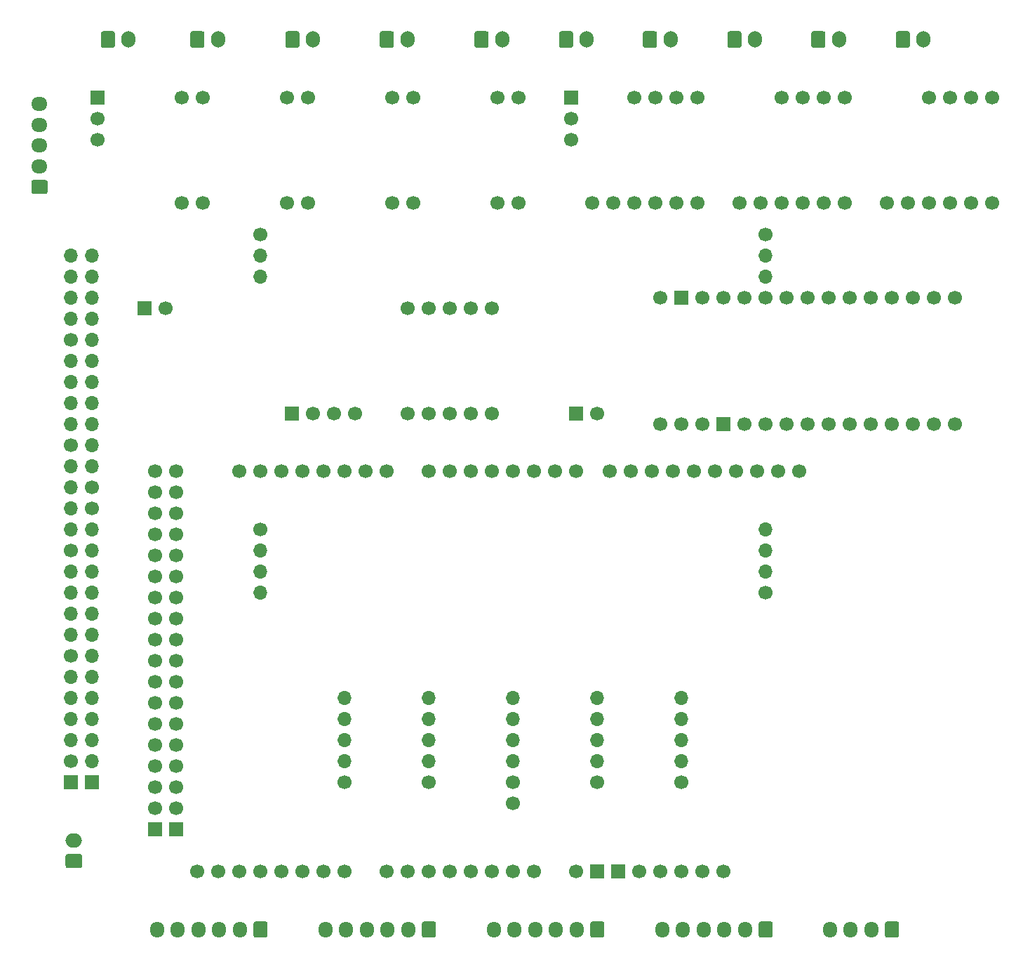
<source format=gbs>
%TF.GenerationSoftware,KiCad,Pcbnew,(5.1.8)-1*%
%TF.CreationDate,2021-03-06T21:25:47+09:00*%
%TF.ProjectId,main bord,6d61696e-2062-46f7-9264-2e6b69636164,rev?*%
%TF.SameCoordinates,PXe4e1c0PY7b06240*%
%TF.FileFunction,Soldermask,Bot*%
%TF.FilePolarity,Negative*%
%FSLAX46Y46*%
G04 Gerber Fmt 4.6, Leading zero omitted, Abs format (unit mm)*
G04 Created by KiCad (PCBNEW (5.1.8)-1) date 2021-03-06 21:25:47*
%MOMM*%
%LPD*%
G01*
G04 APERTURE LIST*
%ADD10R,1.700000X1.700000*%
%ADD11C,1.700000*%
%ADD12O,1.700000X1.700000*%
%ADD13O,1.700000X2.000000*%
%ADD14O,1.950000X1.700000*%
%ADD15O,1.700000X1.950000*%
%ADD16O,2.000000X1.700000*%
G04 APERTURE END LIST*
D10*
%TO.C,U3*%
X66985000Y103830000D03*
D11*
X66985000Y98750000D03*
X66985000Y101290000D03*
X69525000Y91130000D03*
X72065000Y91130000D03*
X74605000Y91130000D03*
X82225000Y91130000D03*
X79685000Y91130000D03*
X77145000Y91130000D03*
X87305000Y91130000D03*
X89845000Y91130000D03*
X92385000Y91130000D03*
X100005000Y91130000D03*
X97465000Y91130000D03*
X94925000Y91130000D03*
X105085000Y91130000D03*
X107625000Y91130000D03*
X110165000Y91130000D03*
X117785000Y91130000D03*
X115245000Y91130000D03*
X112705000Y91130000D03*
X74605000Y103830000D03*
X77145000Y103830000D03*
X82225000Y103830000D03*
X79685000Y103830000D03*
X92385000Y103830000D03*
X94925000Y103830000D03*
X100005000Y103830000D03*
X97465000Y103830000D03*
X110165000Y103830000D03*
X112705000Y103830000D03*
X117785000Y103830000D03*
X115245000Y103830000D03*
%TD*%
%TO.C,J12*%
X90480000Y87320000D03*
D12*
X90480000Y84780000D03*
X90480000Y82240000D03*
%TD*%
%TO.C,J10*%
X29520000Y82240000D03*
X29520000Y84780000D03*
D11*
X29520000Y87320000D03*
%TD*%
D12*
%TO.C,J11*%
X90480000Y51760000D03*
X90480000Y49220000D03*
X90480000Y46680000D03*
D11*
X90480000Y44140000D03*
%TD*%
%TO.C,J13*%
X29520000Y51760000D03*
D12*
X29520000Y49220000D03*
X29520000Y46680000D03*
X29520000Y44140000D03*
%TD*%
%TO.C,J37*%
X80320000Y31440000D03*
X80320000Y28900000D03*
X80320000Y26360000D03*
X80320000Y23820000D03*
D11*
X80320000Y21280000D03*
%TD*%
%TO.C,J36*%
X70160000Y21280000D03*
D12*
X70160000Y23820000D03*
X70160000Y26360000D03*
X70160000Y28900000D03*
X70160000Y31440000D03*
%TD*%
D11*
%TO.C,J15*%
X60000000Y18740000D03*
%TD*%
D12*
%TO.C,J32*%
X60000000Y31440000D03*
X60000000Y28900000D03*
X60000000Y26360000D03*
X60000000Y23820000D03*
D11*
X60000000Y21280000D03*
%TD*%
%TO.C,J31*%
X49840000Y21280000D03*
D12*
X49840000Y23820000D03*
X49840000Y26360000D03*
X49840000Y28900000D03*
X49840000Y31440000D03*
%TD*%
D11*
%TO.C,J30*%
X39680000Y21280000D03*
D12*
X39680000Y23820000D03*
X39680000Y26360000D03*
X39680000Y28900000D03*
X39680000Y31440000D03*
%TD*%
D11*
%TO.C,J16*%
X9200000Y56840000D03*
D12*
X9200000Y59380000D03*
X9200000Y61920000D03*
X9200000Y64460000D03*
X9200000Y67000000D03*
X9200000Y69540000D03*
X9200000Y72080000D03*
X9200000Y74620000D03*
X9200000Y77160000D03*
X9200000Y79700000D03*
X9200000Y82240000D03*
X9200000Y84780000D03*
%TD*%
%TO.C,J35*%
X6660000Y59380000D03*
X6660000Y56840000D03*
X6660000Y54300000D03*
X6660000Y51760000D03*
D11*
X6660000Y49220000D03*
%TD*%
%TO.C,J34*%
X6660000Y36520000D03*
D12*
X6660000Y39060000D03*
X6660000Y41600000D03*
X6660000Y44140000D03*
X6660000Y46680000D03*
%TD*%
D11*
%TO.C,J20*%
X9200000Y54300000D03*
D12*
X9200000Y51760000D03*
X9200000Y49220000D03*
X9200000Y46680000D03*
X9200000Y44140000D03*
X9200000Y41600000D03*
X9200000Y39060000D03*
X9200000Y36520000D03*
X9200000Y33980000D03*
X9200000Y31440000D03*
X9200000Y28900000D03*
X9200000Y26360000D03*
X9200000Y23820000D03*
%TD*%
D11*
%TO.C,J33*%
X6660000Y23820000D03*
D12*
X6660000Y26360000D03*
X6660000Y28900000D03*
X6660000Y31440000D03*
X6660000Y33980000D03*
%TD*%
D10*
%TO.C,J18*%
X6660000Y21280000D03*
X9200000Y21280000D03*
%TD*%
D11*
%TO.C,J38*%
X6660000Y61920000D03*
D12*
X6660000Y64460000D03*
X6660000Y67000000D03*
X6660000Y69540000D03*
X6660000Y72080000D03*
%TD*%
%TO.C,J39*%
X6660000Y84780000D03*
X6660000Y82240000D03*
X6660000Y79700000D03*
X6660000Y77160000D03*
D11*
X6660000Y74620000D03*
%TD*%
%TO.C,U2*%
X77780000Y64460000D03*
X80320000Y64460000D03*
X82860000Y64460000D03*
D10*
X85400000Y64460000D03*
D11*
X87940000Y64460000D03*
X90480000Y64460000D03*
X93020000Y64460000D03*
X95560000Y64460000D03*
X98100000Y64460000D03*
X100640000Y64460000D03*
X103180000Y64460000D03*
X105720000Y64460000D03*
X108260000Y64460000D03*
X110800000Y64460000D03*
X113340000Y64460000D03*
X77780000Y79700000D03*
D10*
X80320000Y79700000D03*
D11*
X82860000Y79700000D03*
X85400000Y79700000D03*
X87940000Y79700000D03*
X90480000Y79700000D03*
X93020000Y79700000D03*
X95560000Y79700000D03*
X98100000Y79700000D03*
X100640000Y79700000D03*
X103180000Y79700000D03*
X105720000Y79700000D03*
X108260000Y79700000D03*
X110800000Y79700000D03*
X113340000Y79700000D03*
%TD*%
%TO.C,U6*%
X94544000Y58745000D03*
X92004000Y58745000D03*
X89464000Y58745000D03*
X86924000Y58745000D03*
X84384000Y58745000D03*
X81844000Y58745000D03*
X79304000Y58745000D03*
X76764000Y58745000D03*
X74224000Y58745000D03*
X71684000Y58745000D03*
X67620000Y58745000D03*
X65080000Y58745000D03*
X62540000Y58745000D03*
X60000000Y58745000D03*
X57460000Y58745000D03*
X54920000Y58745000D03*
X52380000Y58745000D03*
X49840000Y58745000D03*
X44760000Y58745000D03*
X42220000Y58745000D03*
X39680000Y58745000D03*
X37140000Y58745000D03*
X34600000Y58745000D03*
X32060000Y58745000D03*
X29520000Y58745000D03*
X26980000Y58745000D03*
X19360000Y58745000D03*
X16820000Y58745000D03*
X19360000Y56205000D03*
X16820000Y56205000D03*
X19360000Y53665000D03*
X16820000Y53665000D03*
X19360000Y51125000D03*
X16820000Y51125000D03*
X19360000Y48585000D03*
X16820000Y48585000D03*
X19360000Y46045000D03*
X16820000Y46045000D03*
X19360000Y43505000D03*
X16820000Y43505000D03*
X19360000Y40965000D03*
X16820000Y40965000D03*
X19360000Y38425000D03*
X16820000Y38425000D03*
X19360000Y35885000D03*
X16820000Y35885000D03*
X19360000Y33345000D03*
X16820000Y33345000D03*
X19360000Y30805000D03*
X16820000Y30805000D03*
X19360000Y28265000D03*
X16820000Y28265000D03*
X19360000Y25725000D03*
X16820000Y25725000D03*
X19360000Y23185000D03*
X16820000Y23185000D03*
X19360000Y20645000D03*
X16820000Y20645000D03*
X19360000Y18105000D03*
X16820000Y18105000D03*
D10*
X19360000Y15565000D03*
X16820000Y15565000D03*
D11*
X21900000Y10485000D03*
X24440000Y10485000D03*
X26980000Y10485000D03*
X29520000Y10485000D03*
X32060000Y10485000D03*
X34600000Y10485000D03*
X37140000Y10485000D03*
X39680000Y10485000D03*
X44760000Y10485000D03*
X47300000Y10485000D03*
X49840000Y10485000D03*
X52380000Y10485000D03*
X54920000Y10485000D03*
X57460000Y10485000D03*
X60000000Y10485000D03*
X62540000Y10485000D03*
X67620000Y10485000D03*
D10*
X70160000Y10485000D03*
X72700000Y10485000D03*
D11*
X75240000Y10485000D03*
X77780000Y10485000D03*
X80320000Y10485000D03*
X82860000Y10485000D03*
X85400000Y10485000D03*
%TD*%
%TO.C,J1*%
G36*
G01*
X65540000Y110065000D02*
X65540000Y111565000D01*
G75*
G02*
X65790000Y111815000I250000J0D01*
G01*
X66990000Y111815000D01*
G75*
G02*
X67240000Y111565000I0J-250000D01*
G01*
X67240000Y110065000D01*
G75*
G02*
X66990000Y109815000I-250000J0D01*
G01*
X65790000Y109815000D01*
G75*
G02*
X65540000Y110065000I0J250000D01*
G01*
G37*
D13*
X68890000Y110815000D03*
%TD*%
%TO.C,J2*%
X79010000Y110815000D03*
G36*
G01*
X75660000Y110065000D02*
X75660000Y111565000D01*
G75*
G02*
X75910000Y111815000I250000J0D01*
G01*
X77110000Y111815000D01*
G75*
G02*
X77360000Y111565000I0J-250000D01*
G01*
X77360000Y110065000D01*
G75*
G02*
X77110000Y109815000I-250000J0D01*
G01*
X75910000Y109815000D01*
G75*
G02*
X75660000Y110065000I0J250000D01*
G01*
G37*
%TD*%
%TO.C,J3*%
G36*
G01*
X85860000Y110065000D02*
X85860000Y111565000D01*
G75*
G02*
X86110000Y111815000I250000J0D01*
G01*
X87310000Y111815000D01*
G75*
G02*
X87560000Y111565000I0J-250000D01*
G01*
X87560000Y110065000D01*
G75*
G02*
X87310000Y109815000I-250000J0D01*
G01*
X86110000Y109815000D01*
G75*
G02*
X85860000Y110065000I0J250000D01*
G01*
G37*
X89210000Y110815000D03*
%TD*%
%TO.C,J4*%
X99330000Y110815000D03*
G36*
G01*
X95980000Y110065000D02*
X95980000Y111565000D01*
G75*
G02*
X96230000Y111815000I250000J0D01*
G01*
X97430000Y111815000D01*
G75*
G02*
X97680000Y111565000I0J-250000D01*
G01*
X97680000Y110065000D01*
G75*
G02*
X97430000Y109815000I-250000J0D01*
G01*
X96230000Y109815000D01*
G75*
G02*
X95980000Y110065000I0J250000D01*
G01*
G37*
%TD*%
%TO.C,J5*%
X109530000Y110815000D03*
G36*
G01*
X106180000Y110065000D02*
X106180000Y111565000D01*
G75*
G02*
X106430000Y111815000I250000J0D01*
G01*
X107630000Y111815000D01*
G75*
G02*
X107880000Y111565000I0J-250000D01*
G01*
X107880000Y110065000D01*
G75*
G02*
X107630000Y109815000I-250000J0D01*
G01*
X106430000Y109815000D01*
G75*
G02*
X106180000Y110065000I0J250000D01*
G01*
G37*
%TD*%
%TO.C,J6*%
X24400000Y110815000D03*
G36*
G01*
X21050000Y110065000D02*
X21050000Y111565000D01*
G75*
G02*
X21300000Y111815000I250000J0D01*
G01*
X22500000Y111815000D01*
G75*
G02*
X22750000Y111565000I0J-250000D01*
G01*
X22750000Y110065000D01*
G75*
G02*
X22500000Y109815000I-250000J0D01*
G01*
X21300000Y109815000D01*
G75*
G02*
X21050000Y110065000I0J250000D01*
G01*
G37*
%TD*%
%TO.C,J7*%
G36*
G01*
X32520000Y110065000D02*
X32520000Y111565000D01*
G75*
G02*
X32770000Y111815000I250000J0D01*
G01*
X33970000Y111815000D01*
G75*
G02*
X34220000Y111565000I0J-250000D01*
G01*
X34220000Y110065000D01*
G75*
G02*
X33970000Y109815000I-250000J0D01*
G01*
X32770000Y109815000D01*
G75*
G02*
X32520000Y110065000I0J250000D01*
G01*
G37*
X35870000Y110815000D03*
%TD*%
%TO.C,J8*%
X47260000Y110815000D03*
G36*
G01*
X43910000Y110065000D02*
X43910000Y111565000D01*
G75*
G02*
X44160000Y111815000I250000J0D01*
G01*
X45360000Y111815000D01*
G75*
G02*
X45610000Y111565000I0J-250000D01*
G01*
X45610000Y110065000D01*
G75*
G02*
X45360000Y109815000I-250000J0D01*
G01*
X44160000Y109815000D01*
G75*
G02*
X43910000Y110065000I0J250000D01*
G01*
G37*
%TD*%
%TO.C,J9*%
G36*
G01*
X55340000Y110065000D02*
X55340000Y111565000D01*
G75*
G02*
X55590000Y111815000I250000J0D01*
G01*
X56790000Y111815000D01*
G75*
G02*
X57040000Y111565000I0J-250000D01*
G01*
X57040000Y110065000D01*
G75*
G02*
X56790000Y109815000I-250000J0D01*
G01*
X55590000Y109815000D01*
G75*
G02*
X55340000Y110065000I0J250000D01*
G01*
G37*
X58690000Y110815000D03*
%TD*%
%TO.C,J14*%
G36*
G01*
X3575000Y92185000D02*
X2125000Y92185000D01*
G75*
G02*
X1875000Y92435000I0J250000D01*
G01*
X1875000Y93635000D01*
G75*
G02*
X2125000Y93885000I250000J0D01*
G01*
X3575000Y93885000D01*
G75*
G02*
X3825000Y93635000I0J-250000D01*
G01*
X3825000Y92435000D01*
G75*
G02*
X3575000Y92185000I-250000J0D01*
G01*
G37*
D14*
X2850000Y95535000D03*
X2850000Y98035000D03*
X2850000Y100535000D03*
X2850000Y103035000D03*
%TD*%
%TO.C,J17*%
G36*
G01*
X10255000Y110065000D02*
X10255000Y111565000D01*
G75*
G02*
X10505000Y111815000I250000J0D01*
G01*
X11705000Y111815000D01*
G75*
G02*
X11955000Y111565000I0J-250000D01*
G01*
X11955000Y110065000D01*
G75*
G02*
X11705000Y109815000I-250000J0D01*
G01*
X10505000Y109815000D01*
G75*
G02*
X10255000Y110065000I0J250000D01*
G01*
G37*
D13*
X13605000Y110815000D03*
%TD*%
%TO.C,J19*%
G36*
G01*
X106570000Y4225000D02*
X106570000Y2775000D01*
G75*
G02*
X106320000Y2525000I-250000J0D01*
G01*
X105120000Y2525000D01*
G75*
G02*
X104870000Y2775000I0J250000D01*
G01*
X104870000Y4225000D01*
G75*
G02*
X105120000Y4475000I250000J0D01*
G01*
X106320000Y4475000D01*
G75*
G02*
X106570000Y4225000I0J-250000D01*
G01*
G37*
D15*
X103220000Y3500000D03*
X100720000Y3500000D03*
X98220000Y3500000D03*
%TD*%
%TO.C,J21*%
G36*
G01*
X7750000Y10905000D02*
X6250000Y10905000D01*
G75*
G02*
X6000000Y11155000I0J250000D01*
G01*
X6000000Y12355000D01*
G75*
G02*
X6250000Y12605000I250000J0D01*
G01*
X7750000Y12605000D01*
G75*
G02*
X8000000Y12355000I0J-250000D01*
G01*
X8000000Y11155000D01*
G75*
G02*
X7750000Y10905000I-250000J0D01*
G01*
G37*
D16*
X7000000Y14255000D03*
%TD*%
D15*
%TO.C,J22*%
X17020000Y3500000D03*
X19520000Y3500000D03*
X22020000Y3500000D03*
X24520000Y3500000D03*
X27020000Y3500000D03*
G36*
G01*
X30370000Y4225000D02*
X30370000Y2775000D01*
G75*
G02*
X30120000Y2525000I-250000J0D01*
G01*
X28920000Y2525000D01*
G75*
G02*
X28670000Y2775000I0J250000D01*
G01*
X28670000Y4225000D01*
G75*
G02*
X28920000Y4475000I250000J0D01*
G01*
X30120000Y4475000D01*
G75*
G02*
X30370000Y4225000I0J-250000D01*
G01*
G37*
%TD*%
%TO.C,J23*%
G36*
G01*
X50690000Y4225000D02*
X50690000Y2775000D01*
G75*
G02*
X50440000Y2525000I-250000J0D01*
G01*
X49240000Y2525000D01*
G75*
G02*
X48990000Y2775000I0J250000D01*
G01*
X48990000Y4225000D01*
G75*
G02*
X49240000Y4475000I250000J0D01*
G01*
X50440000Y4475000D01*
G75*
G02*
X50690000Y4225000I0J-250000D01*
G01*
G37*
X47340000Y3500000D03*
X44840000Y3500000D03*
X42340000Y3500000D03*
X39840000Y3500000D03*
X37340000Y3500000D03*
%TD*%
%TO.C,J25*%
X57660000Y3500000D03*
X60160000Y3500000D03*
X62660000Y3500000D03*
X65160000Y3500000D03*
X67660000Y3500000D03*
G36*
G01*
X71010000Y4225000D02*
X71010000Y2775000D01*
G75*
G02*
X70760000Y2525000I-250000J0D01*
G01*
X69560000Y2525000D01*
G75*
G02*
X69310000Y2775000I0J250000D01*
G01*
X69310000Y4225000D01*
G75*
G02*
X69560000Y4475000I250000J0D01*
G01*
X70760000Y4475000D01*
G75*
G02*
X71010000Y4225000I0J-250000D01*
G01*
G37*
%TD*%
%TO.C,J28*%
G36*
G01*
X91330000Y4225000D02*
X91330000Y2775000D01*
G75*
G02*
X91080000Y2525000I-250000J0D01*
G01*
X89880000Y2525000D01*
G75*
G02*
X89630000Y2775000I0J250000D01*
G01*
X89630000Y4225000D01*
G75*
G02*
X89880000Y4475000I250000J0D01*
G01*
X91080000Y4475000D01*
G75*
G02*
X91330000Y4225000I0J-250000D01*
G01*
G37*
X87980000Y3500000D03*
X85480000Y3500000D03*
X82980000Y3500000D03*
X80480000Y3500000D03*
X77980000Y3500000D03*
%TD*%
D10*
%TO.C,U1*%
X15550000Y78430000D03*
D11*
X18090000Y78430000D03*
X40950000Y65730000D03*
X38410000Y65730000D03*
X35870000Y65730000D03*
D10*
X33330000Y65730000D03*
%TD*%
D11*
%TO.C,U4*%
X9835000Y98750000D03*
X9835000Y101290000D03*
X19995000Y91130000D03*
X22535000Y91130000D03*
X32695000Y91130000D03*
X35235000Y91130000D03*
X45395000Y91130000D03*
X47935000Y91130000D03*
X58095000Y91130000D03*
X60635000Y91130000D03*
D10*
X9835000Y103830000D03*
D11*
X19995000Y103830000D03*
X22535000Y103830000D03*
X32695000Y103830000D03*
X35235000Y103830000D03*
X45395000Y103830000D03*
X47935000Y103830000D03*
X58095000Y103830000D03*
X60635000Y103830000D03*
%TD*%
D10*
%TO.C,U5*%
X67620000Y65730000D03*
D11*
X70160000Y65730000D03*
X47300000Y78430000D03*
X49840000Y78430000D03*
X52380000Y78430000D03*
X54920000Y78430000D03*
X57460000Y78430000D03*
X47300000Y65730000D03*
X49840000Y65730000D03*
X52380000Y65730000D03*
X54920000Y65730000D03*
X57460000Y65730000D03*
%TD*%
M02*

</source>
